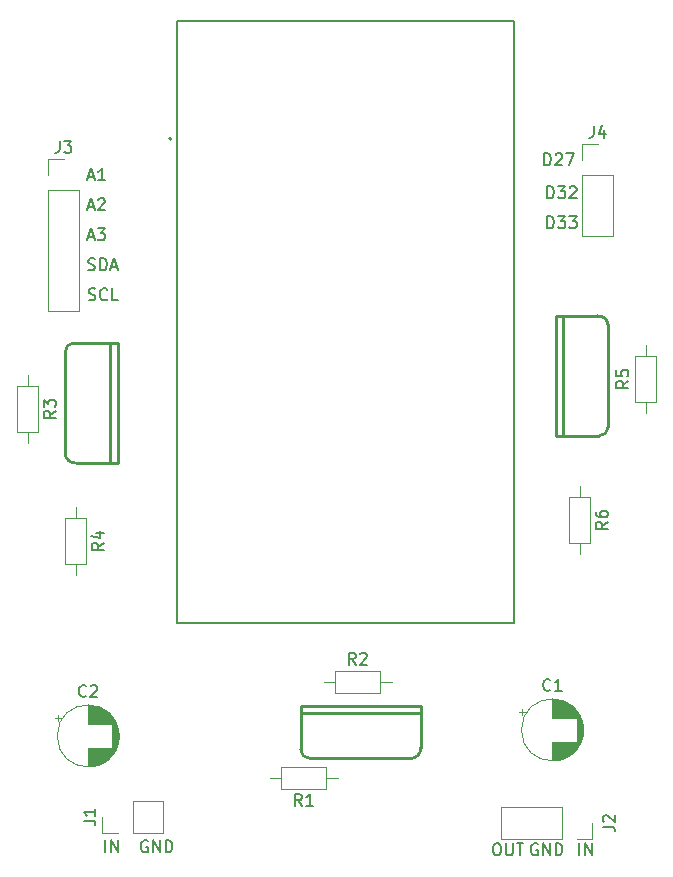
<source format=gbr>
%TF.GenerationSoftware,KiCad,Pcbnew,6.0.6-3a73a75311~116~ubuntu22.04.1*%
%TF.CreationDate,2022-08-13T00:33:12+05:30*%
%TF.ProjectId,esp32_breakout_board,65737033-325f-4627-9265-616b6f75745f,rev?*%
%TF.SameCoordinates,Original*%
%TF.FileFunction,Legend,Top*%
%TF.FilePolarity,Positive*%
%FSLAX46Y46*%
G04 Gerber Fmt 4.6, Leading zero omitted, Abs format (unit mm)*
G04 Created by KiCad (PCBNEW 6.0.6-3a73a75311~116~ubuntu22.04.1) date 2022-08-13 00:33:12*
%MOMM*%
%LPD*%
G01*
G04 APERTURE LIST*
%ADD10C,0.150000*%
%ADD11C,0.120000*%
%ADD12C,0.127000*%
%ADD13C,0.200000*%
%ADD14C,0.254000*%
G04 APERTURE END LIST*
D10*
X102616095Y-120150000D02*
X102520857Y-120102380D01*
X102378000Y-120102380D01*
X102235142Y-120150000D01*
X102139904Y-120245238D01*
X102092285Y-120340476D01*
X102044666Y-120530952D01*
X102044666Y-120673809D01*
X102092285Y-120864285D01*
X102139904Y-120959523D01*
X102235142Y-121054761D01*
X102378000Y-121102380D01*
X102473238Y-121102380D01*
X102616095Y-121054761D01*
X102663714Y-121007142D01*
X102663714Y-120673809D01*
X102473238Y-120673809D01*
X103092285Y-121102380D02*
X103092285Y-120102380D01*
X103663714Y-121102380D01*
X103663714Y-120102380D01*
X104139904Y-121102380D02*
X104139904Y-120102380D01*
X104378000Y-120102380D01*
X104520857Y-120150000D01*
X104616095Y-120245238D01*
X104663714Y-120340476D01*
X104711333Y-120530952D01*
X104711333Y-120673809D01*
X104663714Y-120864285D01*
X104616095Y-120959523D01*
X104520857Y-121054761D01*
X104378000Y-121102380D01*
X104139904Y-121102380D01*
X103179714Y-62682380D02*
X103179714Y-61682380D01*
X103417809Y-61682380D01*
X103560666Y-61730000D01*
X103655904Y-61825238D01*
X103703523Y-61920476D01*
X103751142Y-62110952D01*
X103751142Y-62253809D01*
X103703523Y-62444285D01*
X103655904Y-62539523D01*
X103560666Y-62634761D01*
X103417809Y-62682380D01*
X103179714Y-62682380D01*
X104132095Y-61777619D02*
X104179714Y-61730000D01*
X104274952Y-61682380D01*
X104513047Y-61682380D01*
X104608285Y-61730000D01*
X104655904Y-61777619D01*
X104703523Y-61872857D01*
X104703523Y-61968095D01*
X104655904Y-62110952D01*
X104084476Y-62682380D01*
X104703523Y-62682380D01*
X105036857Y-61682380D02*
X105703523Y-61682380D01*
X105274952Y-62682380D01*
X66024190Y-120848380D02*
X66024190Y-119848380D01*
X66500380Y-120848380D02*
X66500380Y-119848380D01*
X67071809Y-120848380D01*
X67071809Y-119848380D01*
X64563714Y-68746666D02*
X65039904Y-68746666D01*
X64468476Y-69032380D02*
X64801809Y-68032380D01*
X65135142Y-69032380D01*
X65373238Y-68032380D02*
X65992285Y-68032380D01*
X65658952Y-68413333D01*
X65801809Y-68413333D01*
X65897047Y-68460952D01*
X65944666Y-68508571D01*
X65992285Y-68603809D01*
X65992285Y-68841904D01*
X65944666Y-68937142D01*
X65897047Y-68984761D01*
X65801809Y-69032380D01*
X65516095Y-69032380D01*
X65420857Y-68984761D01*
X65373238Y-68937142D01*
X64571714Y-71524761D02*
X64714571Y-71572380D01*
X64952666Y-71572380D01*
X65047904Y-71524761D01*
X65095523Y-71477142D01*
X65143142Y-71381904D01*
X65143142Y-71286666D01*
X65095523Y-71191428D01*
X65047904Y-71143809D01*
X64952666Y-71096190D01*
X64762190Y-71048571D01*
X64666952Y-71000952D01*
X64619333Y-70953333D01*
X64571714Y-70858095D01*
X64571714Y-70762857D01*
X64619333Y-70667619D01*
X64666952Y-70620000D01*
X64762190Y-70572380D01*
X65000285Y-70572380D01*
X65143142Y-70620000D01*
X65571714Y-71572380D02*
X65571714Y-70572380D01*
X65809809Y-70572380D01*
X65952666Y-70620000D01*
X66047904Y-70715238D01*
X66095523Y-70810476D01*
X66143142Y-71000952D01*
X66143142Y-71143809D01*
X66095523Y-71334285D01*
X66047904Y-71429523D01*
X65952666Y-71524761D01*
X65809809Y-71572380D01*
X65571714Y-71572380D01*
X66524095Y-71286666D02*
X67000285Y-71286666D01*
X66428857Y-71572380D02*
X66762190Y-70572380D01*
X67095523Y-71572380D01*
X99076000Y-120102380D02*
X99266476Y-120102380D01*
X99361714Y-120150000D01*
X99456952Y-120245238D01*
X99504571Y-120435714D01*
X99504571Y-120769047D01*
X99456952Y-120959523D01*
X99361714Y-121054761D01*
X99266476Y-121102380D01*
X99076000Y-121102380D01*
X98980761Y-121054761D01*
X98885523Y-120959523D01*
X98837904Y-120769047D01*
X98837904Y-120435714D01*
X98885523Y-120245238D01*
X98980761Y-120150000D01*
X99076000Y-120102380D01*
X99933142Y-120102380D02*
X99933142Y-120911904D01*
X99980761Y-121007142D01*
X100028380Y-121054761D01*
X100123619Y-121102380D01*
X100314095Y-121102380D01*
X100409333Y-121054761D01*
X100456952Y-121007142D01*
X100504571Y-120911904D01*
X100504571Y-120102380D01*
X100837904Y-120102380D02*
X101409333Y-120102380D01*
X101123619Y-121102380D02*
X101123619Y-120102380D01*
X64563714Y-63666666D02*
X65039904Y-63666666D01*
X64468476Y-63952380D02*
X64801809Y-62952380D01*
X65135142Y-63952380D01*
X65992285Y-63952380D02*
X65420857Y-63952380D01*
X65706571Y-63952380D02*
X65706571Y-62952380D01*
X65611333Y-63095238D01*
X65516095Y-63190476D01*
X65420857Y-63238095D01*
X106156190Y-121102380D02*
X106156190Y-120102380D01*
X106632380Y-121102380D02*
X106632380Y-120102380D01*
X107203809Y-121102380D01*
X107203809Y-120102380D01*
X103433714Y-65476380D02*
X103433714Y-64476380D01*
X103671809Y-64476380D01*
X103814666Y-64524000D01*
X103909904Y-64619238D01*
X103957523Y-64714476D01*
X104005142Y-64904952D01*
X104005142Y-65047809D01*
X103957523Y-65238285D01*
X103909904Y-65333523D01*
X103814666Y-65428761D01*
X103671809Y-65476380D01*
X103433714Y-65476380D01*
X104338476Y-64476380D02*
X104957523Y-64476380D01*
X104624190Y-64857333D01*
X104767047Y-64857333D01*
X104862285Y-64904952D01*
X104909904Y-64952571D01*
X104957523Y-65047809D01*
X104957523Y-65285904D01*
X104909904Y-65381142D01*
X104862285Y-65428761D01*
X104767047Y-65476380D01*
X104481333Y-65476380D01*
X104386095Y-65428761D01*
X104338476Y-65381142D01*
X105338476Y-64571619D02*
X105386095Y-64524000D01*
X105481333Y-64476380D01*
X105719428Y-64476380D01*
X105814666Y-64524000D01*
X105862285Y-64571619D01*
X105909904Y-64666857D01*
X105909904Y-64762095D01*
X105862285Y-64904952D01*
X105290857Y-65476380D01*
X105909904Y-65476380D01*
X64595523Y-74064761D02*
X64738380Y-74112380D01*
X64976476Y-74112380D01*
X65071714Y-74064761D01*
X65119333Y-74017142D01*
X65166952Y-73921904D01*
X65166952Y-73826666D01*
X65119333Y-73731428D01*
X65071714Y-73683809D01*
X64976476Y-73636190D01*
X64786000Y-73588571D01*
X64690761Y-73540952D01*
X64643142Y-73493333D01*
X64595523Y-73398095D01*
X64595523Y-73302857D01*
X64643142Y-73207619D01*
X64690761Y-73160000D01*
X64786000Y-73112380D01*
X65024095Y-73112380D01*
X65166952Y-73160000D01*
X66166952Y-74017142D02*
X66119333Y-74064761D01*
X65976476Y-74112380D01*
X65881238Y-74112380D01*
X65738380Y-74064761D01*
X65643142Y-73969523D01*
X65595523Y-73874285D01*
X65547904Y-73683809D01*
X65547904Y-73540952D01*
X65595523Y-73350476D01*
X65643142Y-73255238D01*
X65738380Y-73160000D01*
X65881238Y-73112380D01*
X65976476Y-73112380D01*
X66119333Y-73160000D01*
X66166952Y-73207619D01*
X67071714Y-74112380D02*
X66595523Y-74112380D01*
X66595523Y-73112380D01*
X69596095Y-119896000D02*
X69500857Y-119848380D01*
X69358000Y-119848380D01*
X69215142Y-119896000D01*
X69119904Y-119991238D01*
X69072285Y-120086476D01*
X69024666Y-120276952D01*
X69024666Y-120419809D01*
X69072285Y-120610285D01*
X69119904Y-120705523D01*
X69215142Y-120800761D01*
X69358000Y-120848380D01*
X69453238Y-120848380D01*
X69596095Y-120800761D01*
X69643714Y-120753142D01*
X69643714Y-120419809D01*
X69453238Y-120419809D01*
X70072285Y-120848380D02*
X70072285Y-119848380D01*
X70643714Y-120848380D01*
X70643714Y-119848380D01*
X71119904Y-120848380D02*
X71119904Y-119848380D01*
X71358000Y-119848380D01*
X71500857Y-119896000D01*
X71596095Y-119991238D01*
X71643714Y-120086476D01*
X71691333Y-120276952D01*
X71691333Y-120419809D01*
X71643714Y-120610285D01*
X71596095Y-120705523D01*
X71500857Y-120800761D01*
X71358000Y-120848380D01*
X71119904Y-120848380D01*
X103433714Y-68016380D02*
X103433714Y-67016380D01*
X103671809Y-67016380D01*
X103814666Y-67064000D01*
X103909904Y-67159238D01*
X103957523Y-67254476D01*
X104005142Y-67444952D01*
X104005142Y-67587809D01*
X103957523Y-67778285D01*
X103909904Y-67873523D01*
X103814666Y-67968761D01*
X103671809Y-68016380D01*
X103433714Y-68016380D01*
X104338476Y-67016380D02*
X104957523Y-67016380D01*
X104624190Y-67397333D01*
X104767047Y-67397333D01*
X104862285Y-67444952D01*
X104909904Y-67492571D01*
X104957523Y-67587809D01*
X104957523Y-67825904D01*
X104909904Y-67921142D01*
X104862285Y-67968761D01*
X104767047Y-68016380D01*
X104481333Y-68016380D01*
X104386095Y-67968761D01*
X104338476Y-67921142D01*
X105290857Y-67016380D02*
X105909904Y-67016380D01*
X105576571Y-67397333D01*
X105719428Y-67397333D01*
X105814666Y-67444952D01*
X105862285Y-67492571D01*
X105909904Y-67587809D01*
X105909904Y-67825904D01*
X105862285Y-67921142D01*
X105814666Y-67968761D01*
X105719428Y-68016380D01*
X105433714Y-68016380D01*
X105338476Y-67968761D01*
X105290857Y-67921142D01*
X64563714Y-66206666D02*
X65039904Y-66206666D01*
X64468476Y-66492380D02*
X64801809Y-65492380D01*
X65135142Y-66492380D01*
X65420857Y-65587619D02*
X65468476Y-65540000D01*
X65563714Y-65492380D01*
X65801809Y-65492380D01*
X65897047Y-65540000D01*
X65944666Y-65587619D01*
X65992285Y-65682857D01*
X65992285Y-65778095D01*
X65944666Y-65920952D01*
X65373238Y-66492380D01*
X65992285Y-66492380D01*
%TO.C,C1*%
X103703333Y-107097142D02*
X103655714Y-107144761D01*
X103512857Y-107192380D01*
X103417619Y-107192380D01*
X103274761Y-107144761D01*
X103179523Y-107049523D01*
X103131904Y-106954285D01*
X103084285Y-106763809D01*
X103084285Y-106620952D01*
X103131904Y-106430476D01*
X103179523Y-106335238D01*
X103274761Y-106240000D01*
X103417619Y-106192380D01*
X103512857Y-106192380D01*
X103655714Y-106240000D01*
X103703333Y-106287619D01*
X104655714Y-107192380D02*
X104084285Y-107192380D01*
X104370000Y-107192380D02*
X104370000Y-106192380D01*
X104274761Y-106335238D01*
X104179523Y-106430476D01*
X104084285Y-106478095D01*
%TO.C,C2*%
X64394221Y-107605142D02*
X64346602Y-107652761D01*
X64203745Y-107700380D01*
X64108507Y-107700380D01*
X63965649Y-107652761D01*
X63870411Y-107557523D01*
X63822792Y-107462285D01*
X63775173Y-107271809D01*
X63775173Y-107128952D01*
X63822792Y-106938476D01*
X63870411Y-106843238D01*
X63965649Y-106748000D01*
X64108507Y-106700380D01*
X64203745Y-106700380D01*
X64346602Y-106748000D01*
X64394221Y-106795619D01*
X64775173Y-106795619D02*
X64822792Y-106748000D01*
X64918030Y-106700380D01*
X65156126Y-106700380D01*
X65251364Y-106748000D01*
X65298983Y-106795619D01*
X65346602Y-106890857D01*
X65346602Y-106986095D01*
X65298983Y-107128952D01*
X64727554Y-107700380D01*
X65346602Y-107700380D01*
%TO.C,R4*%
X65872380Y-94654666D02*
X65396190Y-94988000D01*
X65872380Y-95226095D02*
X64872380Y-95226095D01*
X64872380Y-94845142D01*
X64920000Y-94749904D01*
X64967619Y-94702285D01*
X65062857Y-94654666D01*
X65205714Y-94654666D01*
X65300952Y-94702285D01*
X65348571Y-94749904D01*
X65396190Y-94845142D01*
X65396190Y-95226095D01*
X65205714Y-93797523D02*
X65872380Y-93797523D01*
X64824761Y-94035619D02*
X65539047Y-94273714D01*
X65539047Y-93654666D01*
%TO.C,R6*%
X108544380Y-92876666D02*
X108068190Y-93210000D01*
X108544380Y-93448095D02*
X107544380Y-93448095D01*
X107544380Y-93067142D01*
X107592000Y-92971904D01*
X107639619Y-92924285D01*
X107734857Y-92876666D01*
X107877714Y-92876666D01*
X107972952Y-92924285D01*
X108020571Y-92971904D01*
X108068190Y-93067142D01*
X108068190Y-93448095D01*
X107544380Y-92019523D02*
X107544380Y-92210000D01*
X107592000Y-92305238D01*
X107639619Y-92352857D01*
X107782476Y-92448095D01*
X107972952Y-92495714D01*
X108353904Y-92495714D01*
X108449142Y-92448095D01*
X108496761Y-92400476D01*
X108544380Y-92305238D01*
X108544380Y-92114761D01*
X108496761Y-92019523D01*
X108449142Y-91971904D01*
X108353904Y-91924285D01*
X108115809Y-91924285D01*
X108020571Y-91971904D01*
X107972952Y-92019523D01*
X107925333Y-92114761D01*
X107925333Y-92305238D01*
X107972952Y-92400476D01*
X108020571Y-92448095D01*
X108115809Y-92495714D01*
%TO.C,J1*%
X64173380Y-118189333D02*
X64887666Y-118189333D01*
X65030523Y-118236952D01*
X65125761Y-118332190D01*
X65173380Y-118475047D01*
X65173380Y-118570285D01*
X65173380Y-117189333D02*
X65173380Y-117760761D01*
X65173380Y-117475047D02*
X64173380Y-117475047D01*
X64316238Y-117570285D01*
X64411476Y-117665523D01*
X64459095Y-117760761D01*
%TO.C,R2*%
X87209333Y-104958380D02*
X86876000Y-104482190D01*
X86637904Y-104958380D02*
X86637904Y-103958380D01*
X87018857Y-103958380D01*
X87114095Y-104006000D01*
X87161714Y-104053619D01*
X87209333Y-104148857D01*
X87209333Y-104291714D01*
X87161714Y-104386952D01*
X87114095Y-104434571D01*
X87018857Y-104482190D01*
X86637904Y-104482190D01*
X87590285Y-104053619D02*
X87637904Y-104006000D01*
X87733142Y-103958380D01*
X87971238Y-103958380D01*
X88066476Y-104006000D01*
X88114095Y-104053619D01*
X88161714Y-104148857D01*
X88161714Y-104244095D01*
X88114095Y-104386952D01*
X87542666Y-104958380D01*
X88161714Y-104958380D01*
%TO.C,J2*%
X108140380Y-118697333D02*
X108854666Y-118697333D01*
X108997523Y-118744952D01*
X109092761Y-118840190D01*
X109140380Y-118983047D01*
X109140380Y-119078285D01*
X108235619Y-118268761D02*
X108188000Y-118221142D01*
X108140380Y-118125904D01*
X108140380Y-117887809D01*
X108188000Y-117792571D01*
X108235619Y-117744952D01*
X108330857Y-117697333D01*
X108426095Y-117697333D01*
X108568952Y-117744952D01*
X109140380Y-118316380D01*
X109140380Y-117697333D01*
%TO.C,J3*%
X62150666Y-60627380D02*
X62150666Y-61341666D01*
X62103047Y-61484523D01*
X62007809Y-61579761D01*
X61864952Y-61627380D01*
X61769714Y-61627380D01*
X62531619Y-60627380D02*
X63150666Y-60627380D01*
X62817333Y-61008333D01*
X62960190Y-61008333D01*
X63055428Y-61055952D01*
X63103047Y-61103571D01*
X63150666Y-61198809D01*
X63150666Y-61436904D01*
X63103047Y-61532142D01*
X63055428Y-61579761D01*
X62960190Y-61627380D01*
X62674476Y-61627380D01*
X62579238Y-61579761D01*
X62531619Y-61532142D01*
%TO.C,J4*%
X107362666Y-59367380D02*
X107362666Y-60081666D01*
X107315047Y-60224523D01*
X107219809Y-60319761D01*
X107076952Y-60367380D01*
X106981714Y-60367380D01*
X108267428Y-59700714D02*
X108267428Y-60367380D01*
X108029333Y-59319761D02*
X107791238Y-60034047D01*
X108410285Y-60034047D01*
%TO.C,R1*%
X82637333Y-116926380D02*
X82304000Y-116450190D01*
X82065904Y-116926380D02*
X82065904Y-115926380D01*
X82446857Y-115926380D01*
X82542095Y-115974000D01*
X82589714Y-116021619D01*
X82637333Y-116116857D01*
X82637333Y-116259714D01*
X82589714Y-116354952D01*
X82542095Y-116402571D01*
X82446857Y-116450190D01*
X82065904Y-116450190D01*
X83589714Y-116926380D02*
X83018285Y-116926380D01*
X83304000Y-116926380D02*
X83304000Y-115926380D01*
X83208761Y-116069238D01*
X83113523Y-116164476D01*
X83018285Y-116212095D01*
%TO.C,R5*%
X110292380Y-80938666D02*
X109816190Y-81272000D01*
X110292380Y-81510095D02*
X109292380Y-81510095D01*
X109292380Y-81129142D01*
X109340000Y-81033904D01*
X109387619Y-80986285D01*
X109482857Y-80938666D01*
X109625714Y-80938666D01*
X109720952Y-80986285D01*
X109768571Y-81033904D01*
X109816190Y-81129142D01*
X109816190Y-81510095D01*
X109292380Y-80033904D02*
X109292380Y-80510095D01*
X109768571Y-80557714D01*
X109720952Y-80510095D01*
X109673333Y-80414857D01*
X109673333Y-80176761D01*
X109720952Y-80081523D01*
X109768571Y-80033904D01*
X109863809Y-79986285D01*
X110101904Y-79986285D01*
X110197142Y-80033904D01*
X110244761Y-80081523D01*
X110292380Y-80176761D01*
X110292380Y-80414857D01*
X110244761Y-80510095D01*
X110197142Y-80557714D01*
%TO.C,R3*%
X61808380Y-83478666D02*
X61332190Y-83812000D01*
X61808380Y-84050095D02*
X60808380Y-84050095D01*
X60808380Y-83669142D01*
X60856000Y-83573904D01*
X60903619Y-83526285D01*
X60998857Y-83478666D01*
X61141714Y-83478666D01*
X61236952Y-83526285D01*
X61284571Y-83573904D01*
X61332190Y-83669142D01*
X61332190Y-84050095D01*
X60808380Y-83145333D02*
X60808380Y-82526285D01*
X61189333Y-82859619D01*
X61189333Y-82716761D01*
X61236952Y-82621523D01*
X61284571Y-82573904D01*
X61379809Y-82526285D01*
X61617904Y-82526285D01*
X61713142Y-82573904D01*
X61760761Y-82621523D01*
X61808380Y-82716761D01*
X61808380Y-83002476D01*
X61760761Y-83097714D01*
X61713142Y-83145333D01*
D11*
%TO.C,C1*%
X104030000Y-107914000D02*
X104030000Y-109450000D01*
X106271000Y-109479000D02*
X106271000Y-111501000D01*
X104591000Y-111530000D02*
X104591000Y-112970000D01*
X106071000Y-109107000D02*
X106071000Y-111873000D01*
X104230000Y-107934000D02*
X104230000Y-109450000D01*
X101065225Y-109015000D02*
X101565225Y-109015000D01*
X104350000Y-111530000D02*
X104350000Y-113026000D01*
X106311000Y-109575000D02*
X106311000Y-111405000D01*
X104430000Y-111530000D02*
X104430000Y-113010000D01*
X104110000Y-107921000D02*
X104110000Y-109450000D01*
X104230000Y-111530000D02*
X104230000Y-113046000D01*
X104550000Y-107999000D02*
X104550000Y-109450000D01*
X105471000Y-111530000D02*
X105471000Y-112525000D01*
X104510000Y-107989000D02*
X104510000Y-109450000D01*
X104711000Y-108048000D02*
X104711000Y-109450000D01*
X105031000Y-108180000D02*
X105031000Y-109450000D01*
X105151000Y-111530000D02*
X105151000Y-112737000D01*
X104270000Y-107940000D02*
X104270000Y-109450000D01*
X103910000Y-111530000D02*
X103910000Y-113070000D01*
X105151000Y-108243000D02*
X105151000Y-109450000D01*
X104390000Y-107962000D02*
X104390000Y-109450000D01*
X104070000Y-107917000D02*
X104070000Y-109450000D01*
X104631000Y-108022000D02*
X104631000Y-109450000D01*
X105871000Y-108837000D02*
X105871000Y-109450000D01*
X104671000Y-111530000D02*
X104671000Y-112945000D01*
X105431000Y-108425000D02*
X105431000Y-109450000D01*
X105031000Y-111530000D02*
X105031000Y-112800000D01*
X104751000Y-111530000D02*
X104751000Y-112918000D01*
X105711000Y-108664000D02*
X105711000Y-109450000D01*
X105551000Y-111530000D02*
X105551000Y-112461000D01*
X103870000Y-107910000D02*
X103870000Y-109450000D01*
X105991000Y-108990000D02*
X105991000Y-111990000D01*
X104470000Y-111530000D02*
X104470000Y-113001000D01*
X105671000Y-108626000D02*
X105671000Y-109450000D01*
X104911000Y-108125000D02*
X104911000Y-109450000D01*
X106111000Y-109171000D02*
X106111000Y-111809000D01*
X104911000Y-111530000D02*
X104911000Y-112855000D01*
X104150000Y-107925000D02*
X104150000Y-109450000D01*
X105471000Y-108455000D02*
X105471000Y-109450000D01*
X104030000Y-111530000D02*
X104030000Y-113066000D01*
X105191000Y-108266000D02*
X105191000Y-109450000D01*
X105551000Y-108519000D02*
X105551000Y-109450000D01*
X104350000Y-107954000D02*
X104350000Y-109450000D01*
X105311000Y-108341000D02*
X105311000Y-109450000D01*
X105191000Y-111530000D02*
X105191000Y-112714000D01*
X105751000Y-108705000D02*
X105751000Y-109450000D01*
X105511000Y-108486000D02*
X105511000Y-109450000D01*
X105711000Y-111530000D02*
X105711000Y-112316000D01*
X105231000Y-108290000D02*
X105231000Y-109450000D01*
X104390000Y-111530000D02*
X104390000Y-113018000D01*
X106231000Y-109392000D02*
X106231000Y-111588000D01*
X105271000Y-108315000D02*
X105271000Y-109450000D01*
X104871000Y-111530000D02*
X104871000Y-112872000D01*
X105751000Y-111530000D02*
X105751000Y-112275000D01*
X104190000Y-111530000D02*
X104190000Y-113051000D01*
X105591000Y-108553000D02*
X105591000Y-109450000D01*
X105511000Y-111530000D02*
X105511000Y-112494000D01*
X104951000Y-111530000D02*
X104951000Y-112838000D01*
X105431000Y-111530000D02*
X105431000Y-112555000D01*
X104711000Y-111530000D02*
X104711000Y-112932000D01*
X104831000Y-108092000D02*
X104831000Y-109450000D01*
X104951000Y-108142000D02*
X104951000Y-109450000D01*
X104991000Y-108161000D02*
X104991000Y-109450000D01*
X106471000Y-110206000D02*
X106471000Y-110774000D01*
X105071000Y-108200000D02*
X105071000Y-109450000D01*
X105671000Y-111530000D02*
X105671000Y-112354000D01*
X104310000Y-107947000D02*
X104310000Y-109450000D01*
X104150000Y-111530000D02*
X104150000Y-113055000D01*
X104591000Y-108010000D02*
X104591000Y-109450000D01*
X105791000Y-108747000D02*
X105791000Y-109450000D01*
X105871000Y-111530000D02*
X105871000Y-112143000D01*
X106151000Y-109239000D02*
X106151000Y-111741000D01*
X105831000Y-111530000D02*
X105831000Y-112189000D01*
X104070000Y-111530000D02*
X104070000Y-113063000D01*
X104871000Y-108108000D02*
X104871000Y-109450000D01*
X105591000Y-111530000D02*
X105591000Y-112427000D01*
X105271000Y-111530000D02*
X105271000Y-112665000D01*
X105311000Y-111530000D02*
X105311000Y-112639000D01*
X104190000Y-107929000D02*
X104190000Y-109450000D01*
X106351000Y-109685000D02*
X106351000Y-111295000D01*
X104510000Y-111530000D02*
X104510000Y-112991000D01*
X106031000Y-109047000D02*
X106031000Y-111933000D01*
X105911000Y-108885000D02*
X105911000Y-112095000D01*
X106191000Y-109312000D02*
X106191000Y-111668000D01*
X105951000Y-108936000D02*
X105951000Y-112044000D01*
X105631000Y-111530000D02*
X105631000Y-112391000D01*
X105391000Y-108395000D02*
X105391000Y-109450000D01*
X103950000Y-111530000D02*
X103950000Y-113069000D01*
X105111000Y-108222000D02*
X105111000Y-109450000D01*
X104991000Y-111530000D02*
X104991000Y-112819000D01*
X104550000Y-111530000D02*
X104550000Y-112981000D01*
X106391000Y-109813000D02*
X106391000Y-111167000D01*
X104791000Y-111530000D02*
X104791000Y-112904000D01*
X104310000Y-111530000D02*
X104310000Y-113033000D01*
X105231000Y-111530000D02*
X105231000Y-112690000D01*
X104270000Y-111530000D02*
X104270000Y-113040000D01*
X105071000Y-111530000D02*
X105071000Y-112780000D01*
X104631000Y-111530000D02*
X104631000Y-112958000D01*
X104751000Y-108062000D02*
X104751000Y-109450000D01*
X106431000Y-109972000D02*
X106431000Y-111008000D01*
X105111000Y-111530000D02*
X105111000Y-112758000D01*
X105791000Y-111530000D02*
X105791000Y-112233000D01*
X105391000Y-111530000D02*
X105391000Y-112585000D01*
X104831000Y-111530000D02*
X104831000Y-112888000D01*
X105831000Y-108791000D02*
X105831000Y-109450000D01*
X104671000Y-108035000D02*
X104671000Y-109450000D01*
X104791000Y-108076000D02*
X104791000Y-109450000D01*
X104430000Y-107970000D02*
X104430000Y-109450000D01*
X105351000Y-108368000D02*
X105351000Y-109450000D01*
X103870000Y-111530000D02*
X103870000Y-113070000D01*
X104110000Y-111530000D02*
X104110000Y-113059000D01*
X103910000Y-107910000D02*
X103910000Y-109450000D01*
X103990000Y-111530000D02*
X103990000Y-113068000D01*
X104470000Y-107979000D02*
X104470000Y-109450000D01*
X103990000Y-107912000D02*
X103990000Y-109450000D01*
X103950000Y-107911000D02*
X103950000Y-109450000D01*
X105351000Y-111530000D02*
X105351000Y-112612000D01*
X105631000Y-108589000D02*
X105631000Y-109450000D01*
X101315225Y-108765000D02*
X101315225Y-109265000D01*
X106490000Y-110490000D02*
G75*
G03*
X106490000Y-110490000I-2620000J0D01*
G01*
D12*
%TO.C,U1*%
X72080000Y-50471000D02*
X100590000Y-50471000D01*
X100590000Y-50471000D02*
X100590000Y-101421000D01*
X95140000Y-101421000D02*
X100590000Y-101421000D01*
X72080000Y-50471000D02*
X83149000Y-50471000D01*
X83149000Y-50471000D02*
X89860000Y-50471000D01*
X72080000Y-101421000D02*
X72080000Y-50471000D01*
X72080000Y-101421000D02*
X72080000Y-50471000D01*
X100590000Y-101421000D02*
X72080000Y-101421000D01*
X100590000Y-50471000D02*
X100590000Y-101421000D01*
X72080000Y-101421000D02*
X77450000Y-101421000D01*
X77450000Y-101421000D02*
X95140000Y-101421000D01*
X89860000Y-50471000D02*
X100590000Y-50471000D01*
D13*
X71610000Y-60431000D02*
G75*
G03*
X71610000Y-60431000I-100000J0D01*
G01*
D11*
%TO.C,C2*%
X65120888Y-112038000D02*
X65120888Y-113518000D01*
X66201888Y-108994000D02*
X66201888Y-109958000D01*
X64880888Y-108437000D02*
X64880888Y-109958000D01*
X67081888Y-110321000D02*
X67081888Y-111675000D01*
X65961888Y-112038000D02*
X65961888Y-113173000D01*
X66521888Y-109299000D02*
X66521888Y-109958000D01*
X64680888Y-112038000D02*
X64680888Y-113576000D01*
X65361888Y-112038000D02*
X65361888Y-113453000D01*
X67161888Y-110714000D02*
X67161888Y-111282000D01*
X65240888Y-108507000D02*
X65240888Y-109958000D01*
X64960888Y-108448000D02*
X64960888Y-109958000D01*
X64560888Y-112038000D02*
X64560888Y-113578000D01*
X66281888Y-109061000D02*
X66281888Y-109958000D01*
X66521888Y-112038000D02*
X66521888Y-112697000D01*
X65561888Y-112038000D02*
X65561888Y-113380000D01*
X64880888Y-112038000D02*
X64880888Y-113559000D01*
X65841888Y-112038000D02*
X65841888Y-113245000D01*
X66481888Y-112038000D02*
X66481888Y-112741000D01*
X66761888Y-109615000D02*
X66761888Y-112381000D01*
X66361888Y-112038000D02*
X66361888Y-112862000D01*
X66321888Y-109097000D02*
X66321888Y-109958000D01*
X65761888Y-108708000D02*
X65761888Y-109958000D01*
X66041888Y-108876000D02*
X66041888Y-109958000D01*
X64720888Y-108422000D02*
X64720888Y-109958000D01*
X66041888Y-112038000D02*
X66041888Y-113120000D01*
X66801888Y-109679000D02*
X66801888Y-112317000D01*
X65681888Y-112038000D02*
X65681888Y-113327000D01*
X65481888Y-108584000D02*
X65481888Y-109958000D01*
X65080888Y-108470000D02*
X65080888Y-109958000D01*
X66241888Y-112038000D02*
X66241888Y-112969000D01*
X66441888Y-112038000D02*
X66441888Y-112783000D01*
X65160888Y-108487000D02*
X65160888Y-109958000D01*
X64840888Y-108433000D02*
X64840888Y-109958000D01*
X65641888Y-108650000D02*
X65641888Y-109958000D01*
X65200888Y-112038000D02*
X65200888Y-113499000D01*
X65401888Y-108556000D02*
X65401888Y-109958000D01*
X66001888Y-112038000D02*
X66001888Y-113147000D01*
X66361888Y-109134000D02*
X66361888Y-109958000D01*
X66601888Y-109393000D02*
X66601888Y-112603000D01*
X65921888Y-108798000D02*
X65921888Y-109958000D01*
X65521888Y-108600000D02*
X65521888Y-109958000D01*
X65921888Y-112038000D02*
X65921888Y-113198000D01*
X66001888Y-108849000D02*
X66001888Y-109958000D01*
X65961888Y-108823000D02*
X65961888Y-109958000D01*
X67001888Y-110083000D02*
X67001888Y-111913000D01*
X65120888Y-108478000D02*
X65120888Y-109958000D01*
X65641888Y-112038000D02*
X65641888Y-113346000D01*
X66561888Y-109345000D02*
X66561888Y-109958000D01*
X66201888Y-112038000D02*
X66201888Y-113002000D01*
X65881888Y-108774000D02*
X65881888Y-109958000D01*
X66721888Y-109555000D02*
X66721888Y-112441000D01*
X65441888Y-112038000D02*
X65441888Y-113426000D01*
X65080888Y-112038000D02*
X65080888Y-113526000D01*
X64600888Y-108418000D02*
X64600888Y-109958000D01*
X65361888Y-108543000D02*
X65361888Y-109958000D01*
X66561888Y-112038000D02*
X66561888Y-112651000D01*
X65601888Y-112038000D02*
X65601888Y-113363000D01*
X66441888Y-109213000D02*
X66441888Y-109958000D01*
X67121888Y-110480000D02*
X67121888Y-111516000D01*
X66081888Y-108903000D02*
X66081888Y-109958000D01*
X66681888Y-109498000D02*
X66681888Y-112498000D01*
X65281888Y-112038000D02*
X65281888Y-113478000D01*
X66321888Y-112038000D02*
X66321888Y-112899000D01*
X65561888Y-108616000D02*
X65561888Y-109958000D01*
X65040888Y-112038000D02*
X65040888Y-113534000D01*
X65441888Y-108570000D02*
X65441888Y-109958000D01*
X65321888Y-108530000D02*
X65321888Y-109958000D01*
X64960888Y-112038000D02*
X64960888Y-113548000D01*
X66161888Y-108963000D02*
X66161888Y-109958000D01*
X65040888Y-108462000D02*
X65040888Y-109958000D01*
X65000888Y-108455000D02*
X65000888Y-109958000D01*
X64920888Y-112038000D02*
X64920888Y-113554000D01*
X65801888Y-112038000D02*
X65801888Y-113266000D01*
X65721888Y-112038000D02*
X65721888Y-113308000D01*
X65481888Y-112038000D02*
X65481888Y-113412000D01*
X64760888Y-108425000D02*
X64760888Y-109958000D01*
X65681888Y-108669000D02*
X65681888Y-109958000D01*
X67041888Y-110193000D02*
X67041888Y-111803000D01*
X64720888Y-112038000D02*
X64720888Y-113574000D01*
X66641888Y-109444000D02*
X66641888Y-112552000D01*
X65801888Y-108730000D02*
X65801888Y-109958000D01*
X64560888Y-108418000D02*
X64560888Y-109958000D01*
X66841888Y-109747000D02*
X66841888Y-112249000D01*
X65200888Y-108497000D02*
X65200888Y-109958000D01*
X61756113Y-109523000D02*
X62256113Y-109523000D01*
X66961888Y-109987000D02*
X66961888Y-112009000D01*
X64640888Y-108419000D02*
X64640888Y-109958000D01*
X65601888Y-108633000D02*
X65601888Y-109958000D01*
X65881888Y-112038000D02*
X65881888Y-113222000D01*
X66241888Y-109027000D02*
X66241888Y-109958000D01*
X66281888Y-112038000D02*
X66281888Y-112935000D01*
X65521888Y-112038000D02*
X65521888Y-113396000D01*
X66481888Y-109255000D02*
X66481888Y-109958000D01*
X66121888Y-112038000D02*
X66121888Y-113063000D01*
X64760888Y-112038000D02*
X64760888Y-113571000D01*
X66081888Y-112038000D02*
X66081888Y-113093000D01*
X66121888Y-108933000D02*
X66121888Y-109958000D01*
X65761888Y-112038000D02*
X65761888Y-113288000D01*
X65321888Y-112038000D02*
X65321888Y-113466000D01*
X65000888Y-112038000D02*
X65000888Y-113541000D01*
X64800888Y-108429000D02*
X64800888Y-109958000D01*
X65160888Y-112038000D02*
X65160888Y-113509000D01*
X66161888Y-112038000D02*
X66161888Y-113033000D01*
X66921888Y-109900000D02*
X66921888Y-112096000D01*
X64920888Y-108442000D02*
X64920888Y-109958000D01*
X62006113Y-109273000D02*
X62006113Y-109773000D01*
X64800888Y-112038000D02*
X64800888Y-113567000D01*
X66401888Y-109172000D02*
X66401888Y-109958000D01*
X65281888Y-108518000D02*
X65281888Y-109958000D01*
X65401888Y-112038000D02*
X65401888Y-113440000D01*
X64840888Y-112038000D02*
X64840888Y-113563000D01*
X65240888Y-112038000D02*
X65240888Y-113489000D01*
X66881888Y-109820000D02*
X66881888Y-112176000D01*
X65721888Y-108688000D02*
X65721888Y-109958000D01*
X64680888Y-108420000D02*
X64680888Y-109958000D01*
X64640888Y-112038000D02*
X64640888Y-113577000D01*
X66401888Y-112038000D02*
X66401888Y-112824000D01*
X64600888Y-112038000D02*
X64600888Y-113578000D01*
X65841888Y-108751000D02*
X65841888Y-109958000D01*
X67180888Y-110998000D02*
G75*
G03*
X67180888Y-110998000I-2620000J0D01*
G01*
%TO.C,R4*%
X63500000Y-97358000D02*
X63500000Y-96408000D01*
X64420000Y-92568000D02*
X62580000Y-92568000D01*
X64420000Y-96408000D02*
X64420000Y-92568000D01*
X63500000Y-91618000D02*
X63500000Y-92568000D01*
X62580000Y-92568000D02*
X62580000Y-96408000D01*
X62580000Y-96408000D02*
X64420000Y-96408000D01*
%TO.C,R6*%
X106172000Y-89840000D02*
X106172000Y-90790000D01*
X105252000Y-90790000D02*
X105252000Y-94630000D01*
X107092000Y-94630000D02*
X107092000Y-90790000D01*
X105252000Y-94630000D02*
X107092000Y-94630000D01*
X107092000Y-90790000D02*
X105252000Y-90790000D01*
X106172000Y-95580000D02*
X106172000Y-94630000D01*
D14*
%TO.C,U2*%
X92710000Y-108458000D02*
X92710000Y-109093000D01*
X82550000Y-109093000D02*
X82550000Y-108458000D01*
X82550000Y-112141000D02*
X82550000Y-109093000D01*
X92710000Y-109093000D02*
X82550000Y-109093000D01*
X91948000Y-112903000D02*
X83312000Y-112903000D01*
X92710000Y-109093000D02*
X92710000Y-112014000D01*
X82550000Y-108458000D02*
X92710000Y-108458000D01*
X82550000Y-112141000D02*
G75*
G03*
X83312000Y-112903000I762001J1D01*
G01*
X91948000Y-112903000D02*
G75*
G03*
X92710000Y-112014000I-63500J825500D01*
G01*
D11*
%TO.C,J1*%
X65721000Y-119186000D02*
X65721000Y-117856000D01*
X68321000Y-116526000D02*
X70921000Y-116526000D01*
X67051000Y-119186000D02*
X65721000Y-119186000D01*
X70921000Y-119186000D02*
X70921000Y-116526000D01*
X68321000Y-119186000D02*
X70921000Y-119186000D01*
X68321000Y-119186000D02*
X68321000Y-116526000D01*
D14*
%TO.C,U3*%
X66421000Y-87884000D02*
X66421000Y-77724000D01*
X67056000Y-77724000D02*
X67056000Y-87884000D01*
X66421000Y-77724000D02*
X67056000Y-77724000D01*
X66421000Y-87884000D02*
X63500000Y-87884000D01*
X62611000Y-87122000D02*
X62611000Y-78486000D01*
X67056000Y-87884000D02*
X66421000Y-87884000D01*
X63373000Y-77724000D02*
X66421000Y-77724000D01*
X63373000Y-77724000D02*
G75*
G03*
X62611000Y-78486000I1J-762001D01*
G01*
X62611000Y-87122000D02*
G75*
G03*
X63500000Y-87884000I825500J63500D01*
G01*
D11*
%TO.C,R2*%
X89296000Y-107346000D02*
X89296000Y-105506000D01*
X89296000Y-105506000D02*
X85456000Y-105506000D01*
X85456000Y-107346000D02*
X89296000Y-107346000D01*
X90246000Y-106426000D02*
X89296000Y-106426000D01*
X84506000Y-106426000D02*
X85456000Y-106426000D01*
X85456000Y-105506000D02*
X85456000Y-107346000D01*
%TO.C,J2*%
X107248000Y-119694000D02*
X105918000Y-119694000D01*
X104648000Y-119694000D02*
X99508000Y-119694000D01*
X104648000Y-117034000D02*
X99508000Y-117034000D01*
X104648000Y-117034000D02*
X104648000Y-119694000D01*
X99508000Y-117034000D02*
X99508000Y-119694000D01*
X107248000Y-118364000D02*
X107248000Y-119694000D01*
%TO.C,J3*%
X61154000Y-63505000D02*
X61154000Y-62175000D01*
X61154000Y-64775000D02*
X63814000Y-64775000D01*
X61154000Y-74995000D02*
X63814000Y-74995000D01*
X63814000Y-64775000D02*
X63814000Y-74995000D01*
X61154000Y-64775000D02*
X61154000Y-74995000D01*
X61154000Y-62175000D02*
X62484000Y-62175000D01*
D14*
%TO.C,U4*%
X108585000Y-76200000D02*
X108585000Y-84836000D01*
X104775000Y-75438000D02*
X104775000Y-85598000D01*
X104775000Y-85598000D02*
X104140000Y-85598000D01*
X104775000Y-75438000D02*
X107696000Y-75438000D01*
X107823000Y-85598000D02*
X104775000Y-85598000D01*
X104140000Y-85598000D02*
X104140000Y-75438000D01*
X104140000Y-75438000D02*
X104775000Y-75438000D01*
X108585000Y-76200000D02*
G75*
G03*
X107696000Y-75438000I-825500J-63500D01*
G01*
X107823000Y-85598000D02*
G75*
G03*
X108585000Y-84836000I-1J762001D01*
G01*
D11*
%TO.C,J4*%
X109026000Y-63515000D02*
X109026000Y-68655000D01*
X106366000Y-63515000D02*
X109026000Y-63515000D01*
X106366000Y-63515000D02*
X106366000Y-68655000D01*
X106366000Y-62245000D02*
X106366000Y-60915000D01*
X106366000Y-60915000D02*
X107696000Y-60915000D01*
X106366000Y-68655000D02*
X109026000Y-68655000D01*
%TO.C,R1*%
X80884000Y-113634000D02*
X80884000Y-115474000D01*
X84724000Y-113634000D02*
X80884000Y-113634000D01*
X84724000Y-115474000D02*
X84724000Y-113634000D01*
X79934000Y-114554000D02*
X80884000Y-114554000D01*
X85674000Y-114554000D02*
X84724000Y-114554000D01*
X80884000Y-115474000D02*
X84724000Y-115474000D01*
%TO.C,R5*%
X111760000Y-83642000D02*
X111760000Y-82692000D01*
X112680000Y-78852000D02*
X110840000Y-78852000D01*
X111760000Y-77902000D02*
X111760000Y-78852000D01*
X112680000Y-82692000D02*
X112680000Y-78852000D01*
X110840000Y-78852000D02*
X110840000Y-82692000D01*
X110840000Y-82692000D02*
X112680000Y-82692000D01*
%TO.C,R3*%
X60356000Y-85232000D02*
X60356000Y-81392000D01*
X59436000Y-80442000D02*
X59436000Y-81392000D01*
X60356000Y-81392000D02*
X58516000Y-81392000D01*
X58516000Y-85232000D02*
X60356000Y-85232000D01*
X58516000Y-81392000D02*
X58516000Y-85232000D01*
X59436000Y-86182000D02*
X59436000Y-85232000D01*
%TD*%
M02*

</source>
